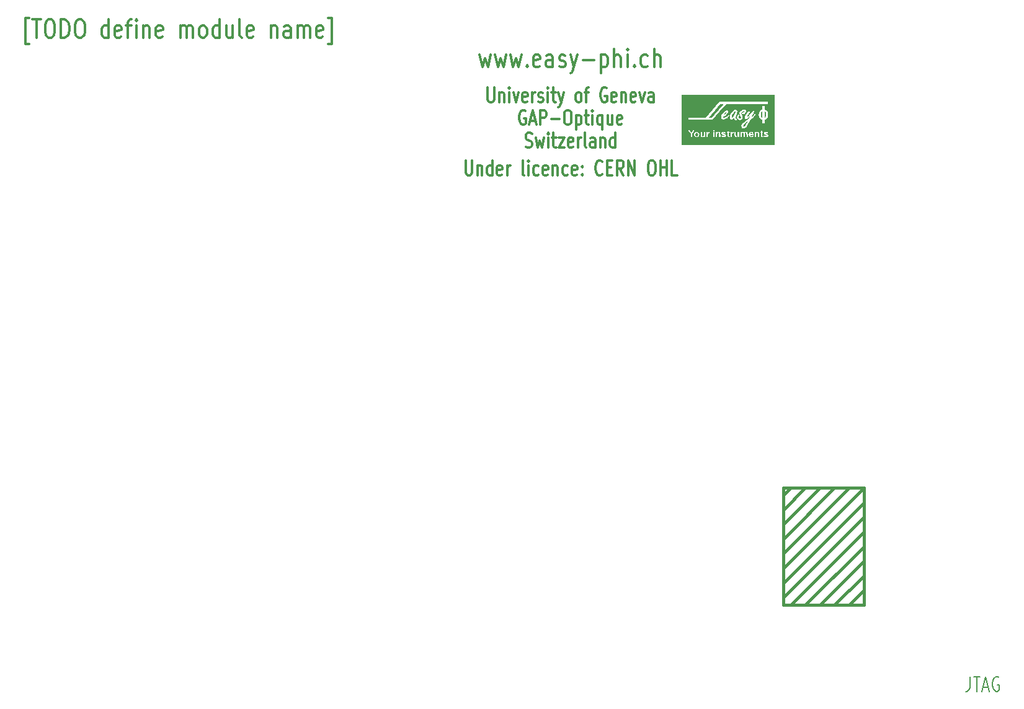
<source format=gbr>
G04 (created by PCBNEW (2013-07-07 BZR 4022)-stable) date 18.10.2013 17:48:47*
%MOIN*%
G04 Gerber Fmt 3.4, Leading zero omitted, Abs format*
%FSLAX34Y34*%
G01*
G70*
G90*
G04 APERTURE LIST*
%ADD10C,0.00590551*%
%ADD11C,0.00787402*%
%ADD12C,0.011811*%
%ADD13C,0.012*%
%ADD14C,0.0001*%
%ADD15C,0.015*%
G04 APERTURE END LIST*
G54D10*
G54D11*
X76574Y-56814D02*
X76574Y-57377D01*
X76546Y-57489D01*
X76490Y-57564D01*
X76406Y-57602D01*
X76349Y-57602D01*
X76771Y-56814D02*
X77109Y-56814D01*
X76940Y-57602D02*
X76940Y-56814D01*
X77277Y-57377D02*
X77559Y-57377D01*
X77221Y-57602D02*
X77418Y-56814D01*
X77615Y-57602D01*
X78121Y-56852D02*
X78065Y-56814D01*
X77980Y-56814D01*
X77896Y-56852D01*
X77840Y-56927D01*
X77812Y-57002D01*
X77784Y-57152D01*
X77784Y-57264D01*
X77812Y-57414D01*
X77840Y-57489D01*
X77896Y-57564D01*
X77980Y-57602D01*
X78037Y-57602D01*
X78121Y-57564D01*
X78149Y-57527D01*
X78149Y-57264D01*
X78037Y-57264D01*
G54D12*
X50224Y-23364D02*
X50374Y-24020D01*
X50524Y-23551D01*
X50674Y-24020D01*
X50824Y-23364D01*
X51049Y-23364D02*
X51199Y-24020D01*
X51349Y-23551D01*
X51499Y-24020D01*
X51649Y-23364D01*
X51874Y-23364D02*
X52024Y-24020D01*
X52174Y-23551D01*
X52324Y-24020D01*
X52474Y-23364D01*
X52774Y-23926D02*
X52812Y-23973D01*
X52774Y-24020D01*
X52737Y-23973D01*
X52774Y-23926D01*
X52774Y-24020D01*
X53449Y-23973D02*
X53374Y-24020D01*
X53224Y-24020D01*
X53149Y-23973D01*
X53112Y-23879D01*
X53112Y-23504D01*
X53149Y-23411D01*
X53224Y-23364D01*
X53374Y-23364D01*
X53449Y-23411D01*
X53487Y-23504D01*
X53487Y-23598D01*
X53112Y-23692D01*
X54161Y-24020D02*
X54161Y-23504D01*
X54124Y-23411D01*
X54049Y-23364D01*
X53899Y-23364D01*
X53824Y-23411D01*
X54161Y-23973D02*
X54086Y-24020D01*
X53899Y-24020D01*
X53824Y-23973D01*
X53787Y-23879D01*
X53787Y-23786D01*
X53824Y-23692D01*
X53899Y-23645D01*
X54086Y-23645D01*
X54161Y-23598D01*
X54499Y-23973D02*
X54574Y-24020D01*
X54724Y-24020D01*
X54799Y-23973D01*
X54836Y-23879D01*
X54836Y-23832D01*
X54799Y-23739D01*
X54724Y-23692D01*
X54611Y-23692D01*
X54536Y-23645D01*
X54499Y-23551D01*
X54499Y-23504D01*
X54536Y-23411D01*
X54611Y-23364D01*
X54724Y-23364D01*
X54799Y-23411D01*
X55099Y-23364D02*
X55286Y-24020D01*
X55474Y-23364D02*
X55286Y-24020D01*
X55211Y-24254D01*
X55174Y-24301D01*
X55099Y-24348D01*
X55774Y-23645D02*
X56374Y-23645D01*
X56749Y-23364D02*
X56749Y-24348D01*
X56749Y-23411D02*
X56824Y-23364D01*
X56974Y-23364D01*
X57049Y-23411D01*
X57086Y-23458D01*
X57124Y-23551D01*
X57124Y-23832D01*
X57086Y-23926D01*
X57049Y-23973D01*
X56974Y-24020D01*
X56824Y-24020D01*
X56749Y-23973D01*
X57461Y-24020D02*
X57461Y-23036D01*
X57799Y-24020D02*
X57799Y-23504D01*
X57761Y-23411D01*
X57686Y-23364D01*
X57574Y-23364D01*
X57499Y-23411D01*
X57461Y-23458D01*
X58173Y-24020D02*
X58173Y-23364D01*
X58173Y-23036D02*
X58136Y-23083D01*
X58173Y-23129D01*
X58211Y-23083D01*
X58173Y-23036D01*
X58173Y-23129D01*
X58548Y-23926D02*
X58586Y-23973D01*
X58548Y-24020D01*
X58511Y-23973D01*
X58548Y-23926D01*
X58548Y-24020D01*
X59261Y-23973D02*
X59186Y-24020D01*
X59036Y-24020D01*
X58961Y-23973D01*
X58923Y-23926D01*
X58886Y-23832D01*
X58886Y-23551D01*
X58923Y-23458D01*
X58961Y-23411D01*
X59036Y-23364D01*
X59186Y-23364D01*
X59261Y-23411D01*
X59598Y-24020D02*
X59598Y-23036D01*
X59936Y-24020D02*
X59936Y-23504D01*
X59898Y-23411D01*
X59823Y-23364D01*
X59711Y-23364D01*
X59636Y-23411D01*
X59598Y-23458D01*
X26002Y-22773D02*
X25815Y-22773D01*
X25815Y-21367D01*
X26002Y-21367D01*
X26190Y-21461D02*
X26640Y-21461D01*
X26415Y-22445D02*
X26415Y-21461D01*
X27052Y-21461D02*
X27202Y-21461D01*
X27277Y-21508D01*
X27352Y-21601D01*
X27390Y-21789D01*
X27390Y-22117D01*
X27352Y-22305D01*
X27277Y-22398D01*
X27202Y-22445D01*
X27052Y-22445D01*
X26977Y-22398D01*
X26902Y-22305D01*
X26865Y-22117D01*
X26865Y-21789D01*
X26902Y-21601D01*
X26977Y-21508D01*
X27052Y-21461D01*
X27727Y-22445D02*
X27727Y-21461D01*
X27915Y-21461D01*
X28027Y-21508D01*
X28102Y-21601D01*
X28140Y-21695D01*
X28177Y-21883D01*
X28177Y-22023D01*
X28140Y-22211D01*
X28102Y-22305D01*
X28027Y-22398D01*
X27915Y-22445D01*
X27727Y-22445D01*
X28665Y-21461D02*
X28815Y-21461D01*
X28890Y-21508D01*
X28965Y-21601D01*
X29002Y-21789D01*
X29002Y-22117D01*
X28965Y-22305D01*
X28890Y-22398D01*
X28815Y-22445D01*
X28665Y-22445D01*
X28590Y-22398D01*
X28515Y-22305D01*
X28477Y-22117D01*
X28477Y-21789D01*
X28515Y-21601D01*
X28590Y-21508D01*
X28665Y-21461D01*
X30277Y-22445D02*
X30277Y-21461D01*
X30277Y-22398D02*
X30202Y-22445D01*
X30052Y-22445D01*
X29977Y-22398D01*
X29940Y-22351D01*
X29902Y-22258D01*
X29902Y-21976D01*
X29940Y-21883D01*
X29977Y-21836D01*
X30052Y-21789D01*
X30202Y-21789D01*
X30277Y-21836D01*
X30952Y-22398D02*
X30877Y-22445D01*
X30727Y-22445D01*
X30652Y-22398D01*
X30614Y-22305D01*
X30614Y-21930D01*
X30652Y-21836D01*
X30727Y-21789D01*
X30877Y-21789D01*
X30952Y-21836D01*
X30989Y-21930D01*
X30989Y-22023D01*
X30614Y-22117D01*
X31214Y-21789D02*
X31514Y-21789D01*
X31327Y-22445D02*
X31327Y-21601D01*
X31364Y-21508D01*
X31439Y-21461D01*
X31514Y-21461D01*
X31777Y-22445D02*
X31777Y-21789D01*
X31777Y-21461D02*
X31739Y-21508D01*
X31777Y-21555D01*
X31814Y-21508D01*
X31777Y-21461D01*
X31777Y-21555D01*
X32152Y-21789D02*
X32152Y-22445D01*
X32152Y-21883D02*
X32189Y-21836D01*
X32264Y-21789D01*
X32377Y-21789D01*
X32452Y-21836D01*
X32489Y-21930D01*
X32489Y-22445D01*
X33164Y-22398D02*
X33089Y-22445D01*
X32939Y-22445D01*
X32864Y-22398D01*
X32827Y-22305D01*
X32827Y-21930D01*
X32864Y-21836D01*
X32939Y-21789D01*
X33089Y-21789D01*
X33164Y-21836D01*
X33202Y-21930D01*
X33202Y-22023D01*
X32827Y-22117D01*
X34139Y-22445D02*
X34139Y-21789D01*
X34139Y-21883D02*
X34176Y-21836D01*
X34251Y-21789D01*
X34364Y-21789D01*
X34439Y-21836D01*
X34476Y-21930D01*
X34476Y-22445D01*
X34476Y-21930D02*
X34514Y-21836D01*
X34589Y-21789D01*
X34701Y-21789D01*
X34776Y-21836D01*
X34814Y-21930D01*
X34814Y-22445D01*
X35301Y-22445D02*
X35226Y-22398D01*
X35189Y-22351D01*
X35151Y-22258D01*
X35151Y-21976D01*
X35189Y-21883D01*
X35226Y-21836D01*
X35301Y-21789D01*
X35414Y-21789D01*
X35489Y-21836D01*
X35526Y-21883D01*
X35564Y-21976D01*
X35564Y-22258D01*
X35526Y-22351D01*
X35489Y-22398D01*
X35414Y-22445D01*
X35301Y-22445D01*
X36239Y-22445D02*
X36239Y-21461D01*
X36239Y-22398D02*
X36164Y-22445D01*
X36014Y-22445D01*
X35939Y-22398D01*
X35901Y-22351D01*
X35864Y-22258D01*
X35864Y-21976D01*
X35901Y-21883D01*
X35939Y-21836D01*
X36014Y-21789D01*
X36164Y-21789D01*
X36239Y-21836D01*
X36951Y-21789D02*
X36951Y-22445D01*
X36614Y-21789D02*
X36614Y-22305D01*
X36651Y-22398D01*
X36726Y-22445D01*
X36839Y-22445D01*
X36914Y-22398D01*
X36951Y-22351D01*
X37439Y-22445D02*
X37364Y-22398D01*
X37326Y-22305D01*
X37326Y-21461D01*
X38038Y-22398D02*
X37964Y-22445D01*
X37814Y-22445D01*
X37739Y-22398D01*
X37701Y-22305D01*
X37701Y-21930D01*
X37739Y-21836D01*
X37814Y-21789D01*
X37964Y-21789D01*
X38038Y-21836D01*
X38076Y-21930D01*
X38076Y-22023D01*
X37701Y-22117D01*
X39013Y-21789D02*
X39013Y-22445D01*
X39013Y-21883D02*
X39051Y-21836D01*
X39126Y-21789D01*
X39238Y-21789D01*
X39313Y-21836D01*
X39351Y-21930D01*
X39351Y-22445D01*
X40063Y-22445D02*
X40063Y-21930D01*
X40026Y-21836D01*
X39951Y-21789D01*
X39801Y-21789D01*
X39726Y-21836D01*
X40063Y-22398D02*
X39988Y-22445D01*
X39801Y-22445D01*
X39726Y-22398D01*
X39688Y-22305D01*
X39688Y-22211D01*
X39726Y-22117D01*
X39801Y-22070D01*
X39988Y-22070D01*
X40063Y-22023D01*
X40438Y-22445D02*
X40438Y-21789D01*
X40438Y-21883D02*
X40476Y-21836D01*
X40551Y-21789D01*
X40663Y-21789D01*
X40738Y-21836D01*
X40776Y-21930D01*
X40776Y-22445D01*
X40776Y-21930D02*
X40813Y-21836D01*
X40888Y-21789D01*
X41001Y-21789D01*
X41076Y-21836D01*
X41113Y-21930D01*
X41113Y-22445D01*
X41788Y-22398D02*
X41713Y-22445D01*
X41563Y-22445D01*
X41488Y-22398D01*
X41451Y-22305D01*
X41451Y-21930D01*
X41488Y-21836D01*
X41563Y-21789D01*
X41713Y-21789D01*
X41788Y-21836D01*
X41826Y-21930D01*
X41826Y-22023D01*
X41451Y-22117D01*
X42088Y-22773D02*
X42275Y-22773D01*
X42275Y-21367D01*
X42088Y-21367D01*
G54D13*
X49475Y-29051D02*
X49475Y-29698D01*
X49503Y-29775D01*
X49532Y-29813D01*
X49589Y-29851D01*
X49703Y-29851D01*
X49760Y-29813D01*
X49789Y-29775D01*
X49818Y-29698D01*
X49818Y-29051D01*
X50103Y-29318D02*
X50103Y-29851D01*
X50103Y-29394D02*
X50132Y-29356D01*
X50189Y-29318D01*
X50275Y-29318D01*
X50332Y-29356D01*
X50360Y-29432D01*
X50360Y-29851D01*
X50903Y-29851D02*
X50903Y-29051D01*
X50903Y-29813D02*
X50846Y-29851D01*
X50732Y-29851D01*
X50675Y-29813D01*
X50646Y-29775D01*
X50618Y-29698D01*
X50618Y-29470D01*
X50646Y-29394D01*
X50675Y-29356D01*
X50732Y-29318D01*
X50846Y-29318D01*
X50903Y-29356D01*
X51418Y-29813D02*
X51360Y-29851D01*
X51246Y-29851D01*
X51189Y-29813D01*
X51160Y-29737D01*
X51160Y-29432D01*
X51189Y-29356D01*
X51246Y-29318D01*
X51360Y-29318D01*
X51418Y-29356D01*
X51446Y-29432D01*
X51446Y-29508D01*
X51160Y-29584D01*
X51703Y-29851D02*
X51703Y-29318D01*
X51703Y-29470D02*
X51732Y-29394D01*
X51760Y-29356D01*
X51818Y-29318D01*
X51875Y-29318D01*
X52618Y-29851D02*
X52560Y-29813D01*
X52532Y-29737D01*
X52532Y-29051D01*
X52846Y-29851D02*
X52846Y-29318D01*
X52846Y-29051D02*
X52818Y-29089D01*
X52846Y-29127D01*
X52875Y-29089D01*
X52846Y-29051D01*
X52846Y-29127D01*
X53389Y-29813D02*
X53332Y-29851D01*
X53218Y-29851D01*
X53160Y-29813D01*
X53132Y-29775D01*
X53103Y-29698D01*
X53103Y-29470D01*
X53132Y-29394D01*
X53160Y-29356D01*
X53218Y-29318D01*
X53332Y-29318D01*
X53389Y-29356D01*
X53875Y-29813D02*
X53818Y-29851D01*
X53703Y-29851D01*
X53646Y-29813D01*
X53618Y-29737D01*
X53618Y-29432D01*
X53646Y-29356D01*
X53703Y-29318D01*
X53818Y-29318D01*
X53875Y-29356D01*
X53903Y-29432D01*
X53903Y-29508D01*
X53618Y-29584D01*
X54160Y-29318D02*
X54160Y-29851D01*
X54160Y-29394D02*
X54189Y-29356D01*
X54246Y-29318D01*
X54332Y-29318D01*
X54389Y-29356D01*
X54418Y-29432D01*
X54418Y-29851D01*
X54960Y-29813D02*
X54903Y-29851D01*
X54789Y-29851D01*
X54732Y-29813D01*
X54703Y-29775D01*
X54675Y-29698D01*
X54675Y-29470D01*
X54703Y-29394D01*
X54732Y-29356D01*
X54789Y-29318D01*
X54903Y-29318D01*
X54960Y-29356D01*
X55446Y-29813D02*
X55389Y-29851D01*
X55275Y-29851D01*
X55218Y-29813D01*
X55189Y-29737D01*
X55189Y-29432D01*
X55218Y-29356D01*
X55275Y-29318D01*
X55389Y-29318D01*
X55446Y-29356D01*
X55475Y-29432D01*
X55475Y-29508D01*
X55189Y-29584D01*
X55732Y-29775D02*
X55760Y-29813D01*
X55732Y-29851D01*
X55703Y-29813D01*
X55732Y-29775D01*
X55732Y-29851D01*
X55732Y-29356D02*
X55760Y-29394D01*
X55732Y-29432D01*
X55703Y-29394D01*
X55732Y-29356D01*
X55732Y-29432D01*
X56818Y-29775D02*
X56789Y-29813D01*
X56703Y-29851D01*
X56646Y-29851D01*
X56560Y-29813D01*
X56503Y-29737D01*
X56475Y-29660D01*
X56446Y-29508D01*
X56446Y-29394D01*
X56475Y-29241D01*
X56503Y-29165D01*
X56560Y-29089D01*
X56646Y-29051D01*
X56703Y-29051D01*
X56789Y-29089D01*
X56818Y-29127D01*
X57075Y-29432D02*
X57275Y-29432D01*
X57360Y-29851D02*
X57075Y-29851D01*
X57075Y-29051D01*
X57360Y-29051D01*
X57960Y-29851D02*
X57760Y-29470D01*
X57618Y-29851D02*
X57618Y-29051D01*
X57846Y-29051D01*
X57903Y-29089D01*
X57932Y-29127D01*
X57960Y-29203D01*
X57960Y-29318D01*
X57932Y-29394D01*
X57903Y-29432D01*
X57846Y-29470D01*
X57618Y-29470D01*
X58218Y-29851D02*
X58218Y-29051D01*
X58560Y-29851D01*
X58560Y-29051D01*
X59418Y-29051D02*
X59532Y-29051D01*
X59589Y-29089D01*
X59646Y-29165D01*
X59675Y-29318D01*
X59675Y-29584D01*
X59646Y-29737D01*
X59589Y-29813D01*
X59532Y-29851D01*
X59418Y-29851D01*
X59360Y-29813D01*
X59303Y-29737D01*
X59275Y-29584D01*
X59275Y-29318D01*
X59303Y-29165D01*
X59360Y-29089D01*
X59418Y-29051D01*
X59932Y-29851D02*
X59932Y-29051D01*
X59932Y-29432D02*
X60275Y-29432D01*
X60275Y-29851D02*
X60275Y-29051D01*
X60846Y-29851D02*
X60560Y-29851D01*
X60560Y-29051D01*
G54D12*
X50660Y-25121D02*
X50660Y-25759D01*
X50688Y-25834D01*
X50717Y-25871D01*
X50773Y-25909D01*
X50885Y-25909D01*
X50942Y-25871D01*
X50970Y-25834D01*
X50998Y-25759D01*
X50998Y-25121D01*
X51279Y-25384D02*
X51279Y-25909D01*
X51279Y-25459D02*
X51307Y-25421D01*
X51363Y-25384D01*
X51448Y-25384D01*
X51504Y-25421D01*
X51532Y-25496D01*
X51532Y-25909D01*
X51813Y-25909D02*
X51813Y-25384D01*
X51813Y-25121D02*
X51785Y-25159D01*
X51813Y-25196D01*
X51841Y-25159D01*
X51813Y-25121D01*
X51813Y-25196D01*
X52038Y-25384D02*
X52179Y-25909D01*
X52320Y-25384D01*
X52769Y-25871D02*
X52713Y-25909D01*
X52601Y-25909D01*
X52544Y-25871D01*
X52516Y-25796D01*
X52516Y-25496D01*
X52544Y-25421D01*
X52601Y-25384D01*
X52713Y-25384D01*
X52769Y-25421D01*
X52798Y-25496D01*
X52798Y-25571D01*
X52516Y-25646D01*
X53051Y-25909D02*
X53051Y-25384D01*
X53051Y-25534D02*
X53079Y-25459D01*
X53107Y-25421D01*
X53163Y-25384D01*
X53219Y-25384D01*
X53388Y-25871D02*
X53444Y-25909D01*
X53557Y-25909D01*
X53613Y-25871D01*
X53641Y-25796D01*
X53641Y-25759D01*
X53613Y-25684D01*
X53557Y-25646D01*
X53473Y-25646D01*
X53416Y-25609D01*
X53388Y-25534D01*
X53388Y-25496D01*
X53416Y-25421D01*
X53473Y-25384D01*
X53557Y-25384D01*
X53613Y-25421D01*
X53894Y-25909D02*
X53894Y-25384D01*
X53894Y-25121D02*
X53866Y-25159D01*
X53894Y-25196D01*
X53922Y-25159D01*
X53894Y-25121D01*
X53894Y-25196D01*
X54091Y-25384D02*
X54316Y-25384D01*
X54176Y-25121D02*
X54176Y-25796D01*
X54204Y-25871D01*
X54260Y-25909D01*
X54316Y-25909D01*
X54457Y-25384D02*
X54597Y-25909D01*
X54738Y-25384D02*
X54597Y-25909D01*
X54541Y-26096D01*
X54513Y-26134D01*
X54457Y-26171D01*
X55497Y-25909D02*
X55441Y-25871D01*
X55413Y-25834D01*
X55385Y-25759D01*
X55385Y-25534D01*
X55413Y-25459D01*
X55441Y-25421D01*
X55497Y-25384D01*
X55582Y-25384D01*
X55638Y-25421D01*
X55666Y-25459D01*
X55694Y-25534D01*
X55694Y-25759D01*
X55666Y-25834D01*
X55638Y-25871D01*
X55582Y-25909D01*
X55497Y-25909D01*
X55863Y-25384D02*
X56088Y-25384D01*
X55947Y-25909D02*
X55947Y-25234D01*
X55975Y-25159D01*
X56032Y-25121D01*
X56088Y-25121D01*
X57044Y-25159D02*
X56988Y-25121D01*
X56903Y-25121D01*
X56819Y-25159D01*
X56763Y-25234D01*
X56735Y-25309D01*
X56706Y-25459D01*
X56706Y-25571D01*
X56735Y-25721D01*
X56763Y-25796D01*
X56819Y-25871D01*
X56903Y-25909D01*
X56960Y-25909D01*
X57044Y-25871D01*
X57072Y-25834D01*
X57072Y-25571D01*
X56960Y-25571D01*
X57550Y-25871D02*
X57494Y-25909D01*
X57381Y-25909D01*
X57325Y-25871D01*
X57297Y-25796D01*
X57297Y-25496D01*
X57325Y-25421D01*
X57381Y-25384D01*
X57494Y-25384D01*
X57550Y-25421D01*
X57578Y-25496D01*
X57578Y-25571D01*
X57297Y-25646D01*
X57831Y-25384D02*
X57831Y-25909D01*
X57831Y-25459D02*
X57859Y-25421D01*
X57916Y-25384D01*
X58000Y-25384D01*
X58056Y-25421D01*
X58084Y-25496D01*
X58084Y-25909D01*
X58591Y-25871D02*
X58534Y-25909D01*
X58422Y-25909D01*
X58366Y-25871D01*
X58338Y-25796D01*
X58338Y-25496D01*
X58366Y-25421D01*
X58422Y-25384D01*
X58534Y-25384D01*
X58591Y-25421D01*
X58619Y-25496D01*
X58619Y-25571D01*
X58338Y-25646D01*
X58816Y-25384D02*
X58956Y-25909D01*
X59097Y-25384D01*
X59575Y-25909D02*
X59575Y-25496D01*
X59547Y-25421D01*
X59491Y-25384D01*
X59378Y-25384D01*
X59322Y-25421D01*
X59575Y-25871D02*
X59519Y-25909D01*
X59378Y-25909D01*
X59322Y-25871D01*
X59294Y-25796D01*
X59294Y-25721D01*
X59322Y-25646D01*
X59378Y-25609D01*
X59519Y-25609D01*
X59575Y-25571D01*
X52685Y-26379D02*
X52629Y-26342D01*
X52544Y-26342D01*
X52460Y-26379D01*
X52404Y-26454D01*
X52376Y-26529D01*
X52348Y-26679D01*
X52348Y-26792D01*
X52376Y-26942D01*
X52404Y-27017D01*
X52460Y-27092D01*
X52544Y-27129D01*
X52601Y-27129D01*
X52685Y-27092D01*
X52713Y-27054D01*
X52713Y-26792D01*
X52601Y-26792D01*
X52938Y-26904D02*
X53219Y-26904D01*
X52882Y-27129D02*
X53079Y-26342D01*
X53276Y-27129D01*
X53473Y-27129D02*
X53473Y-26342D01*
X53697Y-26342D01*
X53754Y-26379D01*
X53782Y-26417D01*
X53810Y-26492D01*
X53810Y-26604D01*
X53782Y-26679D01*
X53754Y-26717D01*
X53697Y-26754D01*
X53473Y-26754D01*
X54063Y-26829D02*
X54513Y-26829D01*
X54907Y-26342D02*
X55019Y-26342D01*
X55075Y-26379D01*
X55132Y-26454D01*
X55160Y-26604D01*
X55160Y-26867D01*
X55132Y-27017D01*
X55075Y-27092D01*
X55019Y-27129D01*
X54907Y-27129D01*
X54850Y-27092D01*
X54794Y-27017D01*
X54766Y-26867D01*
X54766Y-26604D01*
X54794Y-26454D01*
X54850Y-26379D01*
X54907Y-26342D01*
X55413Y-26604D02*
X55413Y-27392D01*
X55413Y-26642D02*
X55469Y-26604D01*
X55582Y-26604D01*
X55638Y-26642D01*
X55666Y-26679D01*
X55694Y-26754D01*
X55694Y-26979D01*
X55666Y-27054D01*
X55638Y-27092D01*
X55582Y-27129D01*
X55469Y-27129D01*
X55413Y-27092D01*
X55863Y-26604D02*
X56088Y-26604D01*
X55947Y-26342D02*
X55947Y-27017D01*
X55975Y-27092D01*
X56032Y-27129D01*
X56088Y-27129D01*
X56285Y-27129D02*
X56285Y-26604D01*
X56285Y-26342D02*
X56257Y-26379D01*
X56285Y-26417D01*
X56313Y-26379D01*
X56285Y-26342D01*
X56285Y-26417D01*
X56819Y-26604D02*
X56819Y-27392D01*
X56819Y-27092D02*
X56763Y-27129D01*
X56650Y-27129D01*
X56594Y-27092D01*
X56566Y-27054D01*
X56538Y-26979D01*
X56538Y-26754D01*
X56566Y-26679D01*
X56594Y-26642D01*
X56650Y-26604D01*
X56763Y-26604D01*
X56819Y-26642D01*
X57353Y-26604D02*
X57353Y-27129D01*
X57100Y-26604D02*
X57100Y-27017D01*
X57128Y-27092D01*
X57185Y-27129D01*
X57269Y-27129D01*
X57325Y-27092D01*
X57353Y-27054D01*
X57859Y-27092D02*
X57803Y-27129D01*
X57691Y-27129D01*
X57634Y-27092D01*
X57606Y-27017D01*
X57606Y-26717D01*
X57634Y-26642D01*
X57691Y-26604D01*
X57803Y-26604D01*
X57859Y-26642D01*
X57888Y-26717D01*
X57888Y-26792D01*
X57606Y-26867D01*
X52699Y-28312D02*
X52784Y-28350D01*
X52924Y-28350D01*
X52980Y-28312D01*
X53008Y-28275D01*
X53037Y-28200D01*
X53037Y-28125D01*
X53008Y-28050D01*
X52980Y-28012D01*
X52924Y-27975D01*
X52812Y-27937D01*
X52755Y-27900D01*
X52727Y-27862D01*
X52699Y-27787D01*
X52699Y-27712D01*
X52727Y-27637D01*
X52755Y-27600D01*
X52812Y-27562D01*
X52952Y-27562D01*
X53037Y-27600D01*
X53233Y-27825D02*
X53346Y-28350D01*
X53458Y-27975D01*
X53571Y-28350D01*
X53683Y-27825D01*
X53908Y-28350D02*
X53908Y-27825D01*
X53908Y-27562D02*
X53880Y-27600D01*
X53908Y-27637D01*
X53937Y-27600D01*
X53908Y-27562D01*
X53908Y-27637D01*
X54105Y-27825D02*
X54330Y-27825D01*
X54190Y-27562D02*
X54190Y-28237D01*
X54218Y-28312D01*
X54274Y-28350D01*
X54330Y-28350D01*
X54471Y-27825D02*
X54780Y-27825D01*
X54471Y-28350D01*
X54780Y-28350D01*
X55230Y-28312D02*
X55174Y-28350D01*
X55061Y-28350D01*
X55005Y-28312D01*
X54977Y-28237D01*
X54977Y-27937D01*
X55005Y-27862D01*
X55061Y-27825D01*
X55174Y-27825D01*
X55230Y-27862D01*
X55258Y-27937D01*
X55258Y-28012D01*
X54977Y-28087D01*
X55511Y-28350D02*
X55511Y-27825D01*
X55511Y-27975D02*
X55539Y-27900D01*
X55568Y-27862D01*
X55624Y-27825D01*
X55680Y-27825D01*
X55961Y-28350D02*
X55905Y-28312D01*
X55877Y-28237D01*
X55877Y-27562D01*
X56439Y-28350D02*
X56439Y-27937D01*
X56411Y-27862D01*
X56355Y-27825D01*
X56242Y-27825D01*
X56186Y-27862D01*
X56439Y-28312D02*
X56383Y-28350D01*
X56242Y-28350D01*
X56186Y-28312D01*
X56158Y-28237D01*
X56158Y-28162D01*
X56186Y-28087D01*
X56242Y-28050D01*
X56383Y-28050D01*
X56439Y-28012D01*
X56721Y-27825D02*
X56721Y-28350D01*
X56721Y-27900D02*
X56749Y-27862D01*
X56805Y-27825D01*
X56889Y-27825D01*
X56946Y-27862D01*
X56974Y-27937D01*
X56974Y-28350D01*
X57508Y-28350D02*
X57508Y-27562D01*
X57508Y-28312D02*
X57452Y-28350D01*
X57339Y-28350D01*
X57283Y-28312D01*
X57255Y-28275D01*
X57227Y-28200D01*
X57227Y-27975D01*
X57255Y-27900D01*
X57283Y-27862D01*
X57339Y-27825D01*
X57452Y-27825D01*
X57508Y-27862D01*
G54D14*
G36*
X66082Y-28230D02*
X65732Y-28230D01*
X65732Y-27697D01*
X65726Y-27673D01*
X65726Y-26575D01*
X65726Y-26528D01*
X65723Y-26493D01*
X65722Y-26491D01*
X65722Y-26000D01*
X65722Y-25940D01*
X65722Y-25880D01*
X64415Y-25880D01*
X63107Y-25880D01*
X62747Y-26310D01*
X62387Y-26740D01*
X61915Y-26740D01*
X61442Y-26740D01*
X61442Y-26800D01*
X61442Y-26860D01*
X62101Y-26860D01*
X62761Y-26860D01*
X63120Y-26433D01*
X63478Y-26005D01*
X64600Y-26002D01*
X65722Y-26000D01*
X65722Y-26491D01*
X65715Y-26464D01*
X65703Y-26434D01*
X65700Y-26428D01*
X65669Y-26378D01*
X65628Y-26337D01*
X65582Y-26311D01*
X65561Y-26305D01*
X65532Y-26298D01*
X65532Y-26199D01*
X65532Y-26100D01*
X65477Y-26100D01*
X65422Y-26100D01*
X65422Y-26200D01*
X65422Y-26246D01*
X65420Y-26276D01*
X65416Y-26293D01*
X65410Y-26299D01*
X65407Y-26300D01*
X65383Y-26306D01*
X65351Y-26321D01*
X65320Y-26341D01*
X65296Y-26361D01*
X65263Y-26404D01*
X65242Y-26451D01*
X65231Y-26507D01*
X65227Y-26570D01*
X65228Y-26617D01*
X65231Y-26652D01*
X65237Y-26679D01*
X65248Y-26707D01*
X65255Y-26721D01*
X65291Y-26778D01*
X65338Y-26818D01*
X65384Y-26841D01*
X65422Y-26854D01*
X65422Y-26947D01*
X65422Y-27040D01*
X65477Y-27040D01*
X65532Y-27040D01*
X65532Y-26946D01*
X65532Y-26853D01*
X65576Y-26836D01*
X65610Y-26817D01*
X65645Y-26791D01*
X65656Y-26780D01*
X65688Y-26740D01*
X65709Y-26700D01*
X65721Y-26655D01*
X65726Y-26598D01*
X65726Y-26575D01*
X65726Y-27673D01*
X65724Y-27667D01*
X65700Y-27642D01*
X65659Y-27621D01*
X65632Y-27613D01*
X65593Y-27599D01*
X65571Y-27587D01*
X65567Y-27580D01*
X65575Y-27567D01*
X65595Y-27562D01*
X65619Y-27564D01*
X65640Y-27574D01*
X65642Y-27575D01*
X65666Y-27587D01*
X65691Y-27585D01*
X65714Y-27578D01*
X65720Y-27567D01*
X65711Y-27549D01*
X65698Y-27533D01*
X65683Y-27518D01*
X65667Y-27509D01*
X65643Y-27506D01*
X65607Y-27505D01*
X65570Y-27506D01*
X65547Y-27510D01*
X65531Y-27518D01*
X65516Y-27533D01*
X65496Y-27568D01*
X65495Y-27600D01*
X65511Y-27630D01*
X65545Y-27653D01*
X65596Y-27670D01*
X65597Y-27671D01*
X65634Y-27682D01*
X65657Y-27696D01*
X65661Y-27710D01*
X65651Y-27721D01*
X65621Y-27730D01*
X65588Y-27724D01*
X65563Y-27709D01*
X65543Y-27694D01*
X65518Y-27694D01*
X65513Y-27695D01*
X65490Y-27701D01*
X65483Y-27709D01*
X65490Y-27726D01*
X65493Y-27731D01*
X65519Y-27761D01*
X65558Y-27781D01*
X65605Y-27789D01*
X65654Y-27784D01*
X65677Y-27776D01*
X65712Y-27753D01*
X65729Y-27720D01*
X65732Y-27697D01*
X65732Y-28230D01*
X65470Y-28230D01*
X65470Y-27760D01*
X65470Y-27760D01*
X65469Y-27741D01*
X65457Y-27735D01*
X65445Y-27735D01*
X65417Y-27735D01*
X65414Y-27648D01*
X65411Y-27560D01*
X65437Y-27560D01*
X65456Y-27556D01*
X65462Y-27540D01*
X65462Y-27535D01*
X65458Y-27516D01*
X65442Y-27510D01*
X65437Y-27510D01*
X65422Y-27508D01*
X65414Y-27499D01*
X65412Y-27478D01*
X65412Y-27464D01*
X65412Y-27418D01*
X65380Y-27439D01*
X65354Y-27462D01*
X65344Y-27484D01*
X65335Y-27505D01*
X65321Y-27510D01*
X65306Y-27516D01*
X65302Y-27535D01*
X65307Y-27555D01*
X65322Y-27560D01*
X65331Y-27562D01*
X65337Y-27568D01*
X65340Y-27584D01*
X65342Y-27613D01*
X65342Y-27655D01*
X65342Y-27701D01*
X65345Y-27731D01*
X65349Y-27751D01*
X65357Y-27765D01*
X65363Y-27771D01*
X65384Y-27785D01*
X65413Y-27789D01*
X65425Y-27788D01*
X65452Y-27784D01*
X65465Y-27776D01*
X65470Y-27760D01*
X65470Y-28230D01*
X65252Y-28230D01*
X65252Y-27790D01*
X65252Y-27680D01*
X65251Y-27620D01*
X65246Y-27576D01*
X65239Y-27545D01*
X65226Y-27525D01*
X65207Y-27512D01*
X65205Y-27511D01*
X65166Y-27501D01*
X65127Y-27508D01*
X65105Y-27520D01*
X65083Y-27532D01*
X65074Y-27532D01*
X65072Y-27525D01*
X65063Y-27513D01*
X65042Y-27510D01*
X65036Y-27510D01*
X65036Y-26554D01*
X65030Y-26543D01*
X65013Y-26531D01*
X64994Y-26537D01*
X64973Y-26562D01*
X64966Y-26571D01*
X64943Y-26604D01*
X64913Y-26640D01*
X64883Y-26674D01*
X64856Y-26699D01*
X64840Y-26711D01*
X64833Y-26712D01*
X64833Y-26703D01*
X64841Y-26682D01*
X64857Y-26649D01*
X64883Y-26602D01*
X64917Y-26540D01*
X64931Y-26515D01*
X64960Y-26461D01*
X64976Y-26420D01*
X64981Y-26390D01*
X64975Y-26368D01*
X64970Y-26362D01*
X64953Y-26352D01*
X64932Y-26354D01*
X64908Y-26371D01*
X64877Y-26402D01*
X64840Y-26450D01*
X64822Y-26475D01*
X64788Y-26519D01*
X64751Y-26563D01*
X64711Y-26604D01*
X64673Y-26641D01*
X64639Y-26670D01*
X64610Y-26690D01*
X64591Y-26697D01*
X64584Y-26696D01*
X64584Y-26682D01*
X64595Y-26656D01*
X64617Y-26621D01*
X64647Y-26580D01*
X64684Y-26534D01*
X64693Y-26524D01*
X64725Y-26487D01*
X64746Y-26459D01*
X64757Y-26439D01*
X64760Y-26422D01*
X64760Y-26415D01*
X64754Y-26393D01*
X64739Y-26383D01*
X64728Y-26382D01*
X64700Y-26388D01*
X64664Y-26413D01*
X64624Y-26455D01*
X64578Y-26515D01*
X64558Y-26544D01*
X64558Y-26371D01*
X64547Y-26341D01*
X64524Y-26319D01*
X64491Y-26306D01*
X64450Y-26302D01*
X64405Y-26306D01*
X64357Y-26318D01*
X64309Y-26338D01*
X64264Y-26367D01*
X64225Y-26403D01*
X64205Y-26429D01*
X64185Y-26474D01*
X64184Y-26524D01*
X64200Y-26580D01*
X64214Y-26606D01*
X64238Y-26652D01*
X64254Y-26684D01*
X64264Y-26705D01*
X64268Y-26719D01*
X64267Y-26729D01*
X64264Y-26739D01*
X64263Y-26743D01*
X64244Y-26768D01*
X64217Y-26776D01*
X64189Y-26769D01*
X64161Y-26746D01*
X64147Y-26711D01*
X64149Y-26665D01*
X64166Y-26610D01*
X64166Y-26608D01*
X64166Y-26591D01*
X64153Y-26580D01*
X64130Y-26578D01*
X64107Y-26592D01*
X64086Y-26618D01*
X64070Y-26651D01*
X64070Y-26394D01*
X64068Y-26371D01*
X64061Y-26355D01*
X64048Y-26341D01*
X64048Y-26340D01*
X64013Y-26321D01*
X63974Y-26318D01*
X63930Y-26330D01*
X63884Y-26355D01*
X63838Y-26391D01*
X63793Y-26438D01*
X63752Y-26493D01*
X63717Y-26554D01*
X63689Y-26619D01*
X63672Y-26682D01*
X63667Y-26742D01*
X63677Y-26788D01*
X63703Y-26824D01*
X63709Y-26830D01*
X63742Y-26848D01*
X63774Y-26849D01*
X63809Y-26832D01*
X63843Y-26802D01*
X63890Y-26754D01*
X63896Y-26786D01*
X63909Y-26815D01*
X63933Y-26844D01*
X63962Y-26868D01*
X63990Y-26879D01*
X63997Y-26880D01*
X64022Y-26874D01*
X64036Y-26864D01*
X64050Y-26843D01*
X64047Y-26822D01*
X64027Y-26797D01*
X64017Y-26787D01*
X63993Y-26762D01*
X63983Y-26737D01*
X63982Y-26723D01*
X63986Y-26689D01*
X63998Y-26645D01*
X64013Y-26598D01*
X64032Y-26555D01*
X64044Y-26532D01*
X64060Y-26490D01*
X64068Y-26431D01*
X64070Y-26394D01*
X64070Y-26651D01*
X64069Y-26652D01*
X64058Y-26690D01*
X64056Y-26730D01*
X64058Y-26744D01*
X64076Y-26795D01*
X64109Y-26835D01*
X64151Y-26860D01*
X64202Y-26871D01*
X64255Y-26863D01*
X64275Y-26856D01*
X64319Y-26830D01*
X64345Y-26796D01*
X64356Y-26749D01*
X64357Y-26732D01*
X64355Y-26694D01*
X64346Y-26664D01*
X64329Y-26629D01*
X64323Y-26620D01*
X64295Y-26564D01*
X64283Y-26516D01*
X64289Y-26476D01*
X64303Y-26454D01*
X64335Y-26427D01*
X64373Y-26405D01*
X64410Y-26392D01*
X64427Y-26390D01*
X64446Y-26394D01*
X64452Y-26410D01*
X64452Y-26415D01*
X64447Y-26433D01*
X64432Y-26448D01*
X64402Y-26462D01*
X64358Y-26476D01*
X64328Y-26491D01*
X64314Y-26512D01*
X64317Y-26535D01*
X64318Y-26538D01*
X64340Y-26554D01*
X64374Y-26556D01*
X64420Y-26544D01*
X64431Y-26539D01*
X64486Y-26506D01*
X64528Y-26462D01*
X64553Y-26411D01*
X64558Y-26371D01*
X64558Y-26544D01*
X64556Y-26546D01*
X64514Y-26617D01*
X64485Y-26679D01*
X64472Y-26732D01*
X64474Y-26774D01*
X64489Y-26802D01*
X64516Y-26818D01*
X64552Y-26818D01*
X64596Y-26800D01*
X64646Y-26765D01*
X64690Y-26727D01*
X64733Y-26685D01*
X64703Y-26750D01*
X64689Y-26778D01*
X64677Y-26798D01*
X64661Y-26816D01*
X64639Y-26833D01*
X64607Y-26855D01*
X64566Y-26881D01*
X64473Y-26943D01*
X64399Y-27004D01*
X64345Y-27063D01*
X64310Y-27120D01*
X64294Y-27177D01*
X64292Y-27198D01*
X64300Y-27249D01*
X64321Y-27288D01*
X64353Y-27312D01*
X64394Y-27322D01*
X64442Y-27315D01*
X64492Y-27291D01*
X64496Y-27289D01*
X64534Y-27258D01*
X64572Y-27214D01*
X64613Y-27155D01*
X64655Y-27080D01*
X64697Y-26998D01*
X64724Y-26944D01*
X64744Y-26906D01*
X64760Y-26879D01*
X64775Y-26859D01*
X64792Y-26844D01*
X64812Y-26829D01*
X64815Y-26827D01*
X64866Y-26790D01*
X64913Y-26747D01*
X64956Y-26703D01*
X64991Y-26658D01*
X65018Y-26617D01*
X65033Y-26582D01*
X65036Y-26554D01*
X65036Y-27510D01*
X65012Y-27510D01*
X65012Y-27650D01*
X65012Y-27790D01*
X65047Y-27790D01*
X65082Y-27790D01*
X65082Y-27692D01*
X65084Y-27634D01*
X65090Y-27592D01*
X65101Y-27566D01*
X65119Y-27553D01*
X65137Y-27550D01*
X65156Y-27554D01*
X65168Y-27567D01*
X65177Y-27592D01*
X65181Y-27631D01*
X65182Y-27688D01*
X65182Y-27689D01*
X65182Y-27790D01*
X65217Y-27790D01*
X65252Y-27790D01*
X65252Y-28230D01*
X64945Y-28230D01*
X64945Y-27670D01*
X64938Y-27622D01*
X64924Y-27569D01*
X64897Y-27531D01*
X64859Y-27508D01*
X64811Y-27503D01*
X64804Y-27503D01*
X64758Y-27517D01*
X64724Y-27546D01*
X64701Y-27587D01*
X64693Y-27640D01*
X64695Y-27667D01*
X64709Y-27720D01*
X64737Y-27758D01*
X64777Y-27782D01*
X64826Y-27790D01*
X64853Y-27787D01*
X64877Y-27775D01*
X64901Y-27753D01*
X64937Y-27716D01*
X64903Y-27706D01*
X64879Y-27701D01*
X64864Y-27706D01*
X64854Y-27718D01*
X64832Y-27736D01*
X64806Y-27738D01*
X64782Y-27723D01*
X64778Y-27718D01*
X64765Y-27697D01*
X64763Y-27683D01*
X64774Y-27675D01*
X64799Y-27671D01*
X64843Y-27670D01*
X64853Y-27670D01*
X64945Y-27670D01*
X64945Y-28230D01*
X64634Y-28230D01*
X64634Y-27790D01*
X64630Y-27664D01*
X64629Y-27612D01*
X64627Y-27575D01*
X64623Y-27551D01*
X64619Y-27536D01*
X64611Y-27526D01*
X64603Y-27519D01*
X64569Y-27503D01*
X64530Y-27502D01*
X64495Y-27516D01*
X64491Y-27519D01*
X64473Y-27531D01*
X64461Y-27531D01*
X64443Y-27519D01*
X64408Y-27503D01*
X64368Y-27503D01*
X64331Y-27518D01*
X64328Y-27521D01*
X64310Y-27533D01*
X64303Y-27533D01*
X64302Y-27526D01*
X64294Y-27514D01*
X64272Y-27510D01*
X64242Y-27510D01*
X64242Y-27650D01*
X64242Y-27790D01*
X64277Y-27790D01*
X64312Y-27790D01*
X64312Y-27692D01*
X64314Y-27632D01*
X64321Y-27590D01*
X64333Y-27563D01*
X64350Y-27551D01*
X64361Y-27550D01*
X64378Y-27553D01*
X64389Y-27563D01*
X64397Y-27584D01*
X64401Y-27619D01*
X64402Y-27670D01*
X64402Y-27682D01*
X64402Y-27790D01*
X64437Y-27790D01*
X64472Y-27790D01*
X64472Y-27692D01*
X64474Y-27632D01*
X64481Y-27590D01*
X64493Y-27563D01*
X64511Y-27551D01*
X64520Y-27550D01*
X64538Y-27553D01*
X64550Y-27563D01*
X64557Y-27584D01*
X64561Y-27619D01*
X64562Y-27670D01*
X64562Y-27682D01*
X64562Y-27790D01*
X64598Y-27790D01*
X64634Y-27790D01*
X64634Y-28230D01*
X64162Y-28230D01*
X64162Y-27790D01*
X64162Y-27650D01*
X64162Y-27510D01*
X64127Y-27510D01*
X64092Y-27510D01*
X64092Y-27603D01*
X64090Y-27661D01*
X64083Y-27701D01*
X64071Y-27726D01*
X64052Y-27738D01*
X64037Y-27740D01*
X64018Y-27736D01*
X64005Y-27723D01*
X63997Y-27697D01*
X63993Y-27656D01*
X63992Y-27606D01*
X63992Y-27510D01*
X63957Y-27510D01*
X63922Y-27510D01*
X63922Y-27615D01*
X63923Y-27661D01*
X63926Y-27702D01*
X63930Y-27732D01*
X63933Y-27744D01*
X63956Y-27771D01*
X63990Y-27787D01*
X64030Y-27788D01*
X64072Y-27775D01*
X64073Y-27775D01*
X64093Y-27766D01*
X64101Y-27766D01*
X64102Y-27775D01*
X64111Y-27787D01*
X64132Y-27790D01*
X64162Y-27790D01*
X64162Y-28230D01*
X63885Y-28230D01*
X63885Y-27542D01*
X63882Y-27517D01*
X63867Y-27503D01*
X63842Y-27499D01*
X63815Y-27508D01*
X63795Y-27522D01*
X63779Y-27535D01*
X63773Y-27535D01*
X63772Y-27527D01*
X63765Y-27514D01*
X63743Y-27510D01*
X63742Y-27510D01*
X63712Y-27510D01*
X63712Y-27650D01*
X63712Y-27790D01*
X63747Y-27790D01*
X63782Y-27790D01*
X63782Y-27708D01*
X63784Y-27652D01*
X63791Y-27614D01*
X63803Y-27589D01*
X63822Y-27576D01*
X63844Y-27572D01*
X63869Y-27567D01*
X63881Y-27556D01*
X63885Y-27542D01*
X63885Y-28230D01*
X63680Y-28230D01*
X63680Y-27760D01*
X63680Y-27760D01*
X63679Y-27741D01*
X63667Y-27735D01*
X63655Y-27735D01*
X63627Y-27735D01*
X63624Y-27648D01*
X63621Y-27560D01*
X63647Y-27560D01*
X63666Y-27556D01*
X63672Y-27540D01*
X63672Y-27535D01*
X63668Y-27516D01*
X63660Y-27513D01*
X63660Y-26599D01*
X63657Y-26580D01*
X63646Y-26571D01*
X63629Y-26574D01*
X63603Y-26589D01*
X63568Y-26619D01*
X63548Y-26638D01*
X63496Y-26684D01*
X63451Y-26715D01*
X63412Y-26733D01*
X63374Y-26740D01*
X63370Y-26740D01*
X63336Y-26734D01*
X63316Y-26721D01*
X63312Y-26702D01*
X63325Y-26684D01*
X63349Y-26670D01*
X63400Y-26647D01*
X63448Y-26614D01*
X63491Y-26575D01*
X63527Y-26533D01*
X63556Y-26489D01*
X63575Y-26446D01*
X63583Y-26408D01*
X63577Y-26376D01*
X63560Y-26355D01*
X63523Y-26342D01*
X63480Y-26346D01*
X63430Y-26368D01*
X63376Y-26409D01*
X63339Y-26442D01*
X63286Y-26503D01*
X63247Y-26564D01*
X63220Y-26625D01*
X63207Y-26683D01*
X63208Y-26735D01*
X63224Y-26780D01*
X63254Y-26816D01*
X63273Y-26828D01*
X63308Y-26837D01*
X63355Y-26835D01*
X63407Y-26822D01*
X63461Y-26799D01*
X63463Y-26798D01*
X63509Y-26770D01*
X63553Y-26736D01*
X63593Y-26699D01*
X63626Y-26662D01*
X63649Y-26628D01*
X63660Y-26599D01*
X63660Y-27513D01*
X63652Y-27510D01*
X63647Y-27510D01*
X63632Y-27508D01*
X63624Y-27499D01*
X63622Y-27478D01*
X63622Y-27464D01*
X63622Y-27418D01*
X63590Y-27439D01*
X63564Y-27462D01*
X63554Y-27484D01*
X63545Y-27505D01*
X63531Y-27510D01*
X63516Y-27516D01*
X63512Y-27535D01*
X63517Y-27555D01*
X63532Y-27560D01*
X63541Y-27562D01*
X63547Y-27568D01*
X63550Y-27584D01*
X63552Y-27613D01*
X63552Y-27655D01*
X63553Y-27701D01*
X63555Y-27731D01*
X63559Y-27751D01*
X63567Y-27765D01*
X63572Y-27771D01*
X63594Y-27785D01*
X63623Y-27789D01*
X63635Y-27788D01*
X63662Y-27784D01*
X63675Y-27776D01*
X63680Y-27760D01*
X63680Y-28230D01*
X63582Y-28230D01*
X63462Y-28230D01*
X63462Y-27697D01*
X63454Y-27667D01*
X63430Y-27642D01*
X63389Y-27621D01*
X63362Y-27613D01*
X63323Y-27599D01*
X63301Y-27587D01*
X63297Y-27580D01*
X63305Y-27567D01*
X63325Y-27562D01*
X63349Y-27564D01*
X63370Y-27574D01*
X63372Y-27575D01*
X63396Y-27587D01*
X63421Y-27585D01*
X63444Y-27578D01*
X63450Y-27567D01*
X63441Y-27549D01*
X63428Y-27533D01*
X63413Y-27518D01*
X63397Y-27509D01*
X63373Y-27506D01*
X63337Y-27505D01*
X63300Y-27506D01*
X63277Y-27510D01*
X63261Y-27518D01*
X63246Y-27533D01*
X63226Y-27568D01*
X63224Y-27600D01*
X63241Y-27630D01*
X63275Y-27653D01*
X63325Y-27670D01*
X63326Y-27671D01*
X63364Y-27682D01*
X63386Y-27696D01*
X63391Y-27710D01*
X63381Y-27721D01*
X63351Y-27730D01*
X63317Y-27724D01*
X63293Y-27709D01*
X63273Y-27694D01*
X63248Y-27694D01*
X63243Y-27695D01*
X63220Y-27701D01*
X63213Y-27709D01*
X63220Y-27726D01*
X63223Y-27731D01*
X63249Y-27761D01*
X63288Y-27781D01*
X63335Y-27789D01*
X63383Y-27784D01*
X63406Y-27776D01*
X63442Y-27753D01*
X63459Y-27720D01*
X63462Y-27697D01*
X63462Y-28230D01*
X63162Y-28230D01*
X63162Y-27790D01*
X63162Y-27680D01*
X63161Y-27620D01*
X63157Y-27576D01*
X63148Y-27545D01*
X63136Y-27525D01*
X63117Y-27512D01*
X63115Y-27511D01*
X63076Y-27501D01*
X63037Y-27508D01*
X63014Y-27520D01*
X62993Y-27532D01*
X62984Y-27532D01*
X62982Y-27525D01*
X62973Y-27513D01*
X62952Y-27510D01*
X62922Y-27510D01*
X62922Y-27650D01*
X62922Y-27790D01*
X62957Y-27790D01*
X62992Y-27790D01*
X62992Y-27692D01*
X62994Y-27634D01*
X63000Y-27592D01*
X63011Y-27566D01*
X63029Y-27553D01*
X63047Y-27550D01*
X63065Y-27554D01*
X63078Y-27567D01*
X63086Y-27592D01*
X63091Y-27631D01*
X63092Y-27688D01*
X63092Y-27689D01*
X63092Y-27790D01*
X63127Y-27790D01*
X63162Y-27790D01*
X63162Y-28230D01*
X62842Y-28230D01*
X62842Y-27790D01*
X62842Y-27650D01*
X62842Y-27510D01*
X62842Y-27440D01*
X62840Y-27420D01*
X62830Y-27412D01*
X62807Y-27410D01*
X62783Y-27412D01*
X62774Y-27420D01*
X62772Y-27440D01*
X62774Y-27460D01*
X62784Y-27469D01*
X62807Y-27470D01*
X62830Y-27468D01*
X62840Y-27460D01*
X62842Y-27440D01*
X62842Y-27510D01*
X62807Y-27510D01*
X62772Y-27510D01*
X62772Y-27650D01*
X62772Y-27790D01*
X62807Y-27790D01*
X62842Y-27790D01*
X62842Y-28230D01*
X62595Y-28230D01*
X62595Y-27542D01*
X62592Y-27517D01*
X62577Y-27503D01*
X62552Y-27499D01*
X62524Y-27508D01*
X62505Y-27522D01*
X62489Y-27535D01*
X62483Y-27535D01*
X62482Y-27527D01*
X62475Y-27514D01*
X62453Y-27510D01*
X62452Y-27510D01*
X62422Y-27510D01*
X62422Y-27650D01*
X62422Y-27790D01*
X62457Y-27790D01*
X62492Y-27790D01*
X62492Y-27708D01*
X62494Y-27652D01*
X62500Y-27614D01*
X62513Y-27589D01*
X62532Y-27576D01*
X62554Y-27572D01*
X62579Y-27567D01*
X62591Y-27556D01*
X62595Y-27542D01*
X62595Y-28230D01*
X62342Y-28230D01*
X62342Y-27790D01*
X62342Y-27650D01*
X62342Y-27510D01*
X62307Y-27510D01*
X62272Y-27510D01*
X62272Y-27603D01*
X62270Y-27661D01*
X62263Y-27701D01*
X62251Y-27726D01*
X62232Y-27738D01*
X62217Y-27740D01*
X62198Y-27736D01*
X62185Y-27723D01*
X62177Y-27697D01*
X62173Y-27656D01*
X62172Y-27606D01*
X62172Y-27510D01*
X62137Y-27510D01*
X62102Y-27510D01*
X62102Y-27615D01*
X62103Y-27661D01*
X62106Y-27702D01*
X62110Y-27732D01*
X62113Y-27744D01*
X62136Y-27771D01*
X62170Y-27787D01*
X62210Y-27788D01*
X62252Y-27775D01*
X62252Y-27775D01*
X62272Y-27766D01*
X62281Y-27766D01*
X62282Y-27775D01*
X62290Y-27787D01*
X62312Y-27790D01*
X62342Y-27790D01*
X62342Y-28230D01*
X62030Y-28230D01*
X62030Y-27624D01*
X62018Y-27580D01*
X61993Y-27543D01*
X61955Y-27516D01*
X61909Y-27503D01*
X61858Y-27506D01*
X61815Y-27525D01*
X61781Y-27556D01*
X61762Y-27592D01*
X61762Y-27415D01*
X61753Y-27412D01*
X61731Y-27410D01*
X61724Y-27410D01*
X61705Y-27411D01*
X61691Y-27415D01*
X61679Y-27427D01*
X61664Y-27449D01*
X61644Y-27485D01*
X61642Y-27490D01*
X61597Y-27570D01*
X61552Y-27490D01*
X61531Y-27452D01*
X61515Y-27429D01*
X61502Y-27416D01*
X61489Y-27411D01*
X61471Y-27410D01*
X61469Y-27410D01*
X61445Y-27411D01*
X61432Y-27414D01*
X61432Y-27415D01*
X61437Y-27424D01*
X61450Y-27448D01*
X61471Y-27481D01*
X61495Y-27522D01*
X61497Y-27525D01*
X61562Y-27630D01*
X61562Y-27710D01*
X61562Y-27790D01*
X61597Y-27790D01*
X61632Y-27790D01*
X61632Y-27710D01*
X61632Y-27630D01*
X61697Y-27525D01*
X61722Y-27484D01*
X61742Y-27450D01*
X61756Y-27426D01*
X61762Y-27415D01*
X61762Y-27592D01*
X61759Y-27597D01*
X61751Y-27644D01*
X61759Y-27694D01*
X61770Y-27719D01*
X61799Y-27754D01*
X61839Y-27778D01*
X61884Y-27788D01*
X61929Y-27785D01*
X61969Y-27767D01*
X61978Y-27759D01*
X62011Y-27717D01*
X62028Y-27671D01*
X62030Y-27624D01*
X62030Y-28230D01*
X61082Y-28230D01*
X61082Y-26870D01*
X61082Y-25510D01*
X63582Y-25510D01*
X66082Y-25510D01*
X66082Y-26870D01*
X66082Y-28230D01*
X66082Y-28230D01*
X66082Y-28230D01*
G37*
G36*
X61962Y-27645D02*
X61955Y-27687D01*
X61938Y-27718D01*
X61913Y-27736D01*
X61884Y-27737D01*
X61853Y-27722D01*
X61846Y-27715D01*
X61827Y-27685D01*
X61821Y-27649D01*
X61826Y-27612D01*
X61842Y-27580D01*
X61866Y-27558D01*
X61896Y-27550D01*
X61924Y-27559D01*
X61946Y-27584D01*
X61959Y-27619D01*
X61962Y-27645D01*
X61962Y-27645D01*
X61962Y-27645D01*
G37*
G36*
X64870Y-27596D02*
X64869Y-27611D01*
X64852Y-27618D01*
X64817Y-27620D01*
X64781Y-27618D01*
X64764Y-27612D01*
X64762Y-27607D01*
X64770Y-27583D01*
X64790Y-27561D01*
X64813Y-27550D01*
X64817Y-27550D01*
X64841Y-27558D01*
X64856Y-27572D01*
X64870Y-27596D01*
X64870Y-27596D01*
X64870Y-27596D01*
G37*
G36*
X64606Y-26951D02*
X64605Y-26963D01*
X64595Y-26988D01*
X64579Y-27021D01*
X64559Y-27060D01*
X64537Y-27099D01*
X64515Y-27135D01*
X64496Y-27164D01*
X64483Y-27180D01*
X64451Y-27208D01*
X64423Y-27220D01*
X64402Y-27216D01*
X64399Y-27213D01*
X64391Y-27192D01*
X64396Y-27161D01*
X64412Y-27124D01*
X64439Y-27086D01*
X64473Y-27048D01*
X64489Y-27034D01*
X64528Y-27003D01*
X64562Y-26977D01*
X64589Y-26959D01*
X64604Y-26951D01*
X64606Y-26951D01*
X64606Y-26951D01*
X64606Y-26951D01*
G37*
G36*
X65422Y-26575D02*
X65422Y-26633D01*
X65420Y-26683D01*
X65418Y-26721D01*
X65415Y-26744D01*
X65413Y-26750D01*
X65401Y-26743D01*
X65383Y-26725D01*
X65378Y-26719D01*
X65357Y-26689D01*
X65344Y-26657D01*
X65338Y-26616D01*
X65337Y-26575D01*
X65338Y-26537D01*
X65342Y-26504D01*
X65345Y-26488D01*
X65355Y-26465D01*
X65372Y-26439D01*
X65391Y-26416D01*
X65407Y-26402D01*
X65413Y-26400D01*
X65416Y-26409D01*
X65419Y-26436D01*
X65420Y-26477D01*
X65422Y-26528D01*
X65422Y-26575D01*
X65422Y-26575D01*
X65422Y-26575D01*
G37*
G36*
X65618Y-26583D02*
X65613Y-26628D01*
X65603Y-26663D01*
X65587Y-26698D01*
X65569Y-26727D01*
X65551Y-26746D01*
X65541Y-26750D01*
X65538Y-26740D01*
X65535Y-26713D01*
X65533Y-26670D01*
X65532Y-26615D01*
X65532Y-26575D01*
X65532Y-26517D01*
X65534Y-26467D01*
X65536Y-26429D01*
X65539Y-26406D01*
X65541Y-26400D01*
X65553Y-26407D01*
X65570Y-26424D01*
X65575Y-26430D01*
X65599Y-26471D01*
X65614Y-26525D01*
X65618Y-26583D01*
X65618Y-26583D01*
X65618Y-26583D01*
G37*
G36*
X63988Y-26438D02*
X63983Y-26452D01*
X63974Y-26466D01*
X63961Y-26487D01*
X63941Y-26521D01*
X63919Y-26561D01*
X63907Y-26583D01*
X63872Y-26645D01*
X63840Y-26692D01*
X63812Y-26724D01*
X63790Y-26739D01*
X63773Y-26736D01*
X63766Y-26725D01*
X63764Y-26697D01*
X63772Y-26657D01*
X63790Y-26610D01*
X63815Y-26562D01*
X63844Y-26514D01*
X63877Y-26473D01*
X63892Y-26457D01*
X63925Y-26431D01*
X63952Y-26421D01*
X63976Y-26426D01*
X63981Y-26429D01*
X63988Y-26438D01*
X63988Y-26438D01*
X63988Y-26438D01*
G37*
G36*
X63322Y-26005D02*
X63316Y-26014D01*
X63298Y-26036D01*
X63270Y-26071D01*
X63232Y-26116D01*
X63187Y-26171D01*
X63135Y-26233D01*
X63078Y-26302D01*
X63016Y-26375D01*
X63016Y-26375D01*
X62710Y-26740D01*
X62625Y-26740D01*
X62540Y-26740D01*
X62559Y-26716D01*
X62569Y-26703D01*
X62590Y-26677D01*
X62622Y-26639D01*
X62662Y-26590D01*
X62710Y-26533D01*
X62764Y-26469D01*
X62821Y-26400D01*
X62867Y-26346D01*
X63157Y-26000D01*
X63239Y-26000D01*
X63277Y-26001D01*
X63306Y-26002D01*
X63321Y-26004D01*
X63322Y-26005D01*
X63322Y-26005D01*
X63322Y-26005D01*
G37*
G36*
X63488Y-26443D02*
X63487Y-26455D01*
X63477Y-26477D01*
X63459Y-26503D01*
X63437Y-26529D01*
X63425Y-26541D01*
X63398Y-26564D01*
X63372Y-26583D01*
X63352Y-26594D01*
X63342Y-26595D01*
X63342Y-26593D01*
X63348Y-26573D01*
X63365Y-26547D01*
X63388Y-26517D01*
X63416Y-26489D01*
X63443Y-26464D01*
X63467Y-26447D01*
X63484Y-26441D01*
X63488Y-26443D01*
X63488Y-26443D01*
X63488Y-26443D01*
G37*
G54D15*
X66535Y-47047D02*
X66929Y-46653D01*
X66535Y-47834D02*
X67716Y-46653D01*
X66535Y-48622D02*
X68503Y-46653D01*
X66535Y-49409D02*
X69291Y-46653D01*
X66535Y-50196D02*
X70078Y-46653D01*
X66535Y-50984D02*
X70866Y-46653D01*
X66535Y-51771D02*
X70866Y-47440D01*
X66535Y-52559D02*
X70866Y-48228D01*
X66929Y-52952D02*
X70866Y-49015D01*
X67716Y-52952D02*
X70866Y-49803D01*
X68503Y-52952D02*
X70866Y-50590D01*
X69291Y-52952D02*
X70866Y-51377D01*
X70078Y-52952D02*
X70866Y-52165D01*
X66535Y-52952D02*
X66535Y-46653D01*
X70866Y-52952D02*
X70866Y-46653D01*
X70866Y-46653D02*
X66535Y-46653D01*
X66535Y-52952D02*
X70866Y-52952D01*
M02*

</source>
